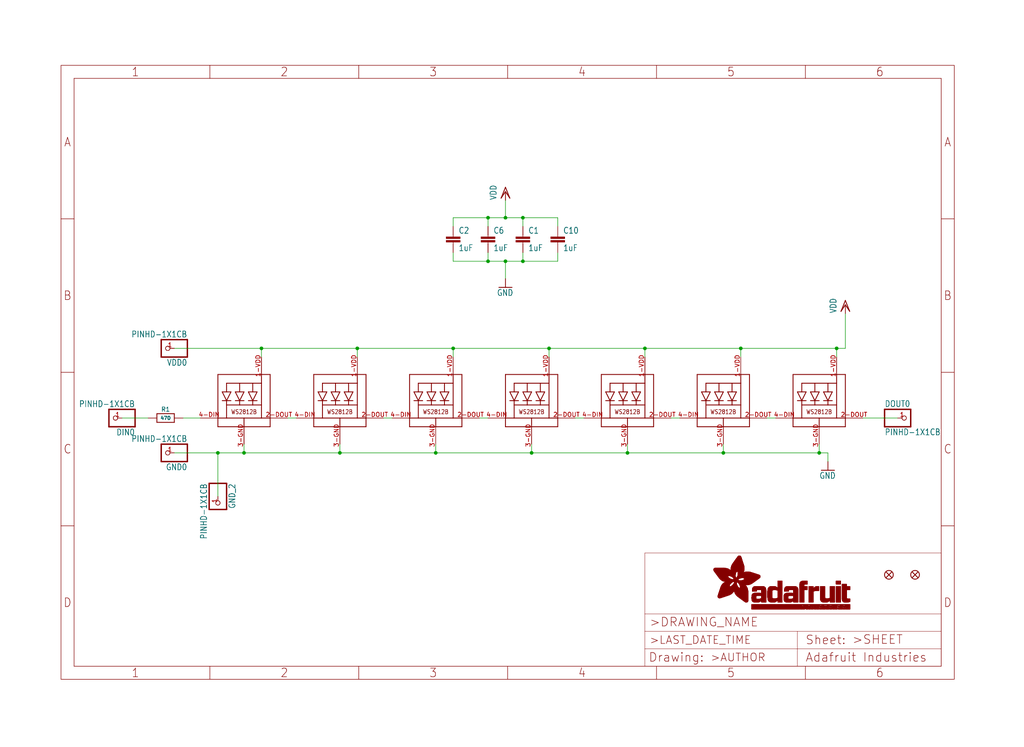
<source format=kicad_sch>
(kicad_sch (version 20211123) (generator eeschema)
  (paper "User" 298.45 217.881)
  (lib_symbols
    (symbol "eagleSchem-eagle-import:C-EUC0603"
      (property "Reference" "C" (at 1.524 0.381 0))
      (property "Value" "C-EUC0603" (at 1.524 -4.699 0))
      (symbol "C-EUC0603_1_0"
        (pin passive line (at 0 2.54 270) (length 2.54) (name "1") (number "1"))
        (pin passive line (at 0 -5.08 90) (length 2.54) (name "2") (number "2"))
      )
    )
    (symbol "eagleSchem-eagle-import:FIDUCIAL{dblquote}{dblquote}")
    (symbol "eagleSchem-eagle-import:FRAME_A4_ADAFRUIT"
      (symbol "FRAME_A4_ADAFRUIT_0_0"
        (text "1" (at 21.6958 1.905 0) (effects (font (size 2.54 2.286))))
        (text "1" (at 21.6958 177.165 0) (effects (font (size 2.54 2.286))))
        (text "2" (at 65.0875 1.905 0) (effects (font (size 2.54 2.286))))
        (text "2" (at 65.0875 177.165 0) (effects (font (size 2.54 2.286))))
        (text "3" (at 108.4792 1.905 0) (effects (font (size 2.54 2.286))))
        (text "3" (at 108.4792 177.165 0) (effects (font (size 2.54 2.286))))
        (text "4" (at 151.8708 1.905 0) (effects (font (size 2.54 2.286))))
        (text "4" (at 151.8708 177.165 0) (effects (font (size 2.54 2.286))))
        (text "5" (at 195.2625 1.905 0) (effects (font (size 2.54 2.286))))
        (text "5" (at 195.2625 177.165 0) (effects (font (size 2.54 2.286))))
        (text "6" (at 238.6542 1.905 0) (effects (font (size 2.54 2.286))))
        (text "6" (at 238.6542 177.165 0) (effects (font (size 2.54 2.286))))
        (text "A" (at 1.905 156.6863 0) (effects (font (size 2.54 2.286))))
        (text "A" (at 258.445 156.6863 0) (effects (font (size 2.54 2.286))))
        (text "B" (at 1.905 111.9188 0) (effects (font (size 2.54 2.286))))
        (text "B" (at 258.445 111.9188 0) (effects (font (size 2.54 2.286))))
        (text "C" (at 1.905 67.1513 0) (effects (font (size 2.54 2.286))))
        (text "C" (at 258.445 67.1513 0) (effects (font (size 2.54 2.286))))
        (text "D" (at 1.905 22.3838 0) (effects (font (size 2.54 2.286))))
        (text "D" (at 258.445 22.3838 0) (effects (font (size 2.54 2.286))))
      )
      (symbol "FRAME_A4_ADAFRUIT_1_0"
        (text ">AUTHOR" (at 189.23 5.08 0) (effects (font (size 2.286 2.286)) (justify left bottom)))
        (text ">DRAWING_NAME" (at 171.45 15.24 0) (effects (font (size 2.54 2.54)) (justify left bottom)))
        (text ">LAST_DATE_TIME" (at 171.45 10.16 0) (effects (font (size 2.286 2.286)) (justify left bottom)))
        (text ">SHEET" (at 230.505 10.16 0) (effects (font (size 2.54 2.54)) (justify left bottom)))
        (text "Adafruit Industries" (at 216.916 4.953 0) (effects (font (size 2.54 2.54)) (justify left bottom)))
        (text "Drawing:" (at 171.196 4.953 0) (effects (font (size 2.54 2.54)) (justify left bottom)))
        (text "Sheet:" (at 216.916 10.033 0) (effects (font (size 2.54 2.54)) (justify left bottom)))
      )
    )
    (symbol "eagleSchem-eagle-import:GND" (power)
      (property "Value" "GND" (at -2.54 -2.54 0))
      (symbol "GND_1_0"
        (pin power_in line (at 0 2.54 270) (length 2.54) (name "GND") (number "1"))
      )
    )
    (symbol "eagleSchem-eagle-import:PINHD-1X1CB"
      (property "Reference" "JP" (at -6.35 3.175 0))
      (property "Value" "PINHD-1X1CB" (at -6.35 -5.08 0))
      (symbol "PINHD-1X1CB_1_0"
        (pin passive inverted (at -2.54 0 0) (length 2.54) (name "1") (number "1"))
      )
    )
    (symbol "eagleSchem-eagle-import:RESISTOR_0603_NOOUT"
      (property "Reference" "R" (at 0 2.54 0))
      (property "Value" "RESISTOR_0603_NOOUT" (at 0 0 0))
      (symbol "RESISTOR_0603_NOOUT_1_0"
        (pin passive line (at -5.08 0 0) (length 2.54) (name "1") (number "1"))
        (pin passive line (at 5.08 0 180) (length 2.54) (name "2") (number "2"))
      )
    )
    (symbol "eagleSchem-eagle-import:VDD" (power)
      (property "Value" "VDD" (at -2.54 -2.54 90))
      (symbol "VDD_1_0"
        (pin power_in line (at 0 -2.54 90) (length 2.54) (name "VDD") (number "1"))
      )
    )
    (symbol "eagleSchem-eagle-import:WS2812B5050"
      (symbol "WS2812B5050_1_0"
        (text "WS2812B" (at 3.81 0 0) (effects (font (size 1.27 1.0795)) (justify right top)))
        (pin power_in line (at 5.08 15.24 270) (length 5.08) (name "VDD") (number "1-VDD"))
        (pin output line (at 12.7 -2.54 180) (length 5.08) (name "DO") (number "2-DOUT"))
        (pin power_in line (at 0 -10.16 90) (length 5.08) (name "GND") (number "3-GND"))
        (pin input line (at -12.7 -2.54 0) (length 5.08) (name "DI") (number "4-DIN"))
      )
    )
  )
  (junction (at 160.02 101.6))
  (junction (at 76.2 101.6))
  (junction (at 147.32 76.2))
  (junction (at 187.96 101.6))
  (junction (at 215.9 101.6))
  (junction (at 238.76 132.08))
  (junction (at 127 132.08))
  (junction (at 71.12 132.08))
  (junction (at 104.14 101.6))
  (junction (at 147.32 63.5))
  (junction (at 132.08 101.6))
  (junction (at 154.94 132.08))
  (junction (at 63.5 132.08))
  (junction (at 210.82 132.08))
  (junction (at 99.06 132.08))
  (junction (at 142.24 63.5))
  (junction (at 243.84 101.6))
  (junction (at 182.88 132.08))
  (junction (at 152.4 63.5))
  (junction (at 152.4 76.2))
  (junction (at 142.24 76.2))
  (wire (pts (xy 114.3 121.92) (xy 111.76 121.92)))
  (wire (pts (xy 127 132.08) (xy 127 129.54)))
  (wire (pts (xy 162.56 66.04) (xy 162.56 63.5)))
  (wire (pts (xy 76.2 104.14) (xy 76.2 101.6)))
  (wire (pts (xy 187.96 104.14) (xy 187.96 101.6)))
  (wire (pts (xy 99.06 132.08) (xy 71.12 132.08)))
  (wire (pts (xy 160.02 101.6) (xy 132.08 101.6)))
  (wire (pts (xy 132.08 66.04) (xy 132.08 63.5)))
  (wire (pts (xy 226.06 121.92) (xy 223.52 121.92)))
  (wire (pts (xy 142.24 76.2) (xy 142.24 73.66)))
  (wire (pts (xy 147.32 76.2) (xy 152.4 76.2)))
  (wire (pts (xy 127 132.08) (xy 99.06 132.08)))
  (wire (pts (xy 154.94 132.08) (xy 154.94 129.54)))
  (wire (pts (xy 142.24 121.92) (xy 139.7 121.92)))
  (wire (pts (xy 160.02 104.14) (xy 160.02 101.6)))
  (wire (pts (xy 210.82 132.08) (xy 182.88 132.08)))
  (wire (pts (xy 215.9 101.6) (xy 187.96 101.6)))
  (wire (pts (xy 132.08 76.2) (xy 132.08 73.66)))
  (wire (pts (xy 35.56 121.92) (xy 43.18 121.92)))
  (wire (pts (xy 142.24 76.2) (xy 132.08 76.2)))
  (wire (pts (xy 152.4 66.04) (xy 152.4 63.5)))
  (wire (pts (xy 243.84 101.6) (xy 215.9 101.6)))
  (wire (pts (xy 152.4 76.2) (xy 152.4 73.66)))
  (wire (pts (xy 142.24 66.04) (xy 142.24 63.5)))
  (wire (pts (xy 63.5 132.08) (xy 71.12 132.08)))
  (wire (pts (xy 182.88 132.08) (xy 182.88 129.54)))
  (wire (pts (xy 53.34 121.92) (xy 58.42 121.92)))
  (wire (pts (xy 50.8 101.6) (xy 76.2 101.6)))
  (wire (pts (xy 241.3 132.08) (xy 241.3 134.62)))
  (wire (pts (xy 238.76 132.08) (xy 238.76 129.54)))
  (wire (pts (xy 198.12 121.92) (xy 195.58 121.92)))
  (wire (pts (xy 104.14 101.6) (xy 76.2 101.6)))
  (wire (pts (xy 241.3 132.08) (xy 238.76 132.08)))
  (wire (pts (xy 147.32 63.5) (xy 142.24 63.5)))
  (wire (pts (xy 142.24 63.5) (xy 132.08 63.5)))
  (wire (pts (xy 210.82 132.08) (xy 210.82 129.54)))
  (wire (pts (xy 152.4 63.5) (xy 162.56 63.5)))
  (wire (pts (xy 147.32 63.5) (xy 147.32 58.42)))
  (wire (pts (xy 132.08 104.14) (xy 132.08 101.6)))
  (wire (pts (xy 246.38 101.6) (xy 246.38 91.44)))
  (wire (pts (xy 162.56 76.2) (xy 152.4 76.2)))
  (wire (pts (xy 71.12 132.08) (xy 71.12 129.54)))
  (wire (pts (xy 99.06 132.08) (xy 99.06 129.54)))
  (wire (pts (xy 147.32 76.2) (xy 142.24 76.2)))
  (wire (pts (xy 215.9 104.14) (xy 215.9 101.6)))
  (wire (pts (xy 187.96 101.6) (xy 160.02 101.6)))
  (wire (pts (xy 246.38 101.6) (xy 243.84 101.6)))
  (wire (pts (xy 132.08 101.6) (xy 104.14 101.6)))
  (wire (pts (xy 63.5 144.78) (xy 63.5 132.08)))
  (wire (pts (xy 238.76 132.08) (xy 210.82 132.08)))
  (wire (pts (xy 104.14 104.14) (xy 104.14 101.6)))
  (wire (pts (xy 86.36 121.92) (xy 83.82 121.92)))
  (wire (pts (xy 147.32 76.2) (xy 147.32 81.28)))
  (wire (pts (xy 170.18 121.92) (xy 167.64 121.92)))
  (wire (pts (xy 182.88 132.08) (xy 154.94 132.08)))
  (wire (pts (xy 243.84 104.14) (xy 243.84 101.6)))
  (wire (pts (xy 251.46 121.92) (xy 261.62 121.92)))
  (wire (pts (xy 154.94 132.08) (xy 127 132.08)))
  (wire (pts (xy 162.56 76.2) (xy 162.56 73.66)))
  (wire (pts (xy 152.4 63.5) (xy 147.32 63.5)))
  (wire (pts (xy 50.8 132.08) (xy 63.5 132.08)))
  (symbol (lib_id "eagleSchem-eagle-import:PINHD-1X1CB") (at 48.26 132.08 180) (unit 1)
    (property "Reference" "GND0" (at 54.61 135.255 0) (effects (font (size 1.778 1.5113)) (justify left bottom)))
    (property "Value" "PINHD-1X1CB" (at 54.61 127 0) (effects (font (size 1.778 1.5113)) (justify left bottom)))
    (property "Footprint" "eagleSchem:1X01-CLEANBIG" (effects hide))
  )
  (symbol (lib_id "eagleSchem-eagle-import:GND") (at 147.32 83.82 0) (unit 1)
    (property "Reference" "#GND2" (effects hide))
    (property "Value" "GND" (at 144.78 86.36 0) (effects (font (size 1.778 1.5113)) (justify left bottom)))
    (property "Footprint" "eagleSchem:" (effects hide))
  )
  (symbol (lib_id "eagleSchem-eagle-import:PINHD-1X1CB") (at 63.5 147.32 270) (unit 1)
    (property "Reference" "GND_2" (at 66.675 140.97 0) (effects (font (size 1.778 1.5113)) (justify left bottom)))
    (property "Value" "PINHD-1X1CB" (at 58.42 140.97 0) (effects (font (size 1.778 1.5113)) (justify left bottom)))
    (property "Footprint" "eagleSchem:1X01-CLEANBIG" (effects hide))
  )
  (symbol (lib_id "eagleSchem-eagle-import:VDD") (at 246.38 88.9 0) (unit 1)
    (property "Reference" "#VDD1" (effects hide))
    (property "Value" "VDD" (at 243.84 91.44 90) (effects (font (size 1.778 1.5113)) (justify left bottom)))
    (property "Footprint" "eagleSchem:" (effects hide))
  )
  (symbol (lib_id "eagleSchem-eagle-import:C-EUC0603") (at 132.08 68.58 0) (unit 1)
    (property "Reference" "C2" (at 133.604 68.199 0) (effects (font (size 1.778 1.5113)) (justify left bottom)))
    (property "Value" "1uF" (at 133.604 73.279 0) (effects (font (size 1.778 1.5113)) (justify left bottom)))
    (property "Footprint" "eagleSchem:C0603" (effects hide))
  )
  (symbol (lib_id "eagleSchem-eagle-import:FIDUCIAL{dblquote}{dblquote}") (at 259.08 167.64 0) (unit 1)
    (property "Reference" "FID2" (effects hide))
    (property "Value" "FIDUCIAL{dblquote}{dblquote}" (effects hide))
    (property "Footprint" "eagleSchem:FIDUCIAL_1MM" (effects hide))
  )
  (symbol (lib_id "eagleSchem-eagle-import:C-EUC0603") (at 152.4 68.58 0) (unit 1)
    (property "Reference" "C1" (at 153.924 68.199 0) (effects (font (size 1.778 1.5113)) (justify left bottom)))
    (property "Value" "1uF" (at 153.924 73.279 0) (effects (font (size 1.778 1.5113)) (justify left bottom)))
    (property "Footprint" "eagleSchem:C0603" (effects hide))
  )
  (symbol (lib_id "eagleSchem-eagle-import:WS2812B5050") (at 210.82 119.38 0) (unit 1)
    (property "Reference" "LED6" (effects hide))
    (property "Value" "WS2812B5050" (effects hide))
    (property "Footprint" "eagleSchem:WS2812B" (effects hide))
  )
  (symbol (lib_id "eagleSchem-eagle-import:WS2812B5050") (at 182.88 119.38 0) (unit 1)
    (property "Reference" "LED5" (effects hide))
    (property "Value" "WS2812B5050" (effects hide))
    (property "Footprint" "eagleSchem:WS2812B" (effects hide))
  )
  (symbol (lib_id "eagleSchem-eagle-import:C-EUC0603") (at 142.24 68.58 0) (unit 1)
    (property "Reference" "C6" (at 143.764 68.199 0) (effects (font (size 1.778 1.5113)) (justify left bottom)))
    (property "Value" "1uF" (at 143.764 73.279 0) (effects (font (size 1.778 1.5113)) (justify left bottom)))
    (property "Footprint" "eagleSchem:C0603" (effects hide))
  )
  (symbol (lib_id "eagleSchem-eagle-import:WS2812B5050") (at 238.76 119.38 0) (unit 1)
    (property "Reference" "LED7" (effects hide))
    (property "Value" "WS2812B5050" (effects hide))
    (property "Footprint" "eagleSchem:WS2812B" (effects hide))
  )
  (symbol (lib_id "eagleSchem-eagle-import:WS2812B5050") (at 99.06 119.38 0) (unit 1)
    (property "Reference" "LED2" (effects hide))
    (property "Value" "WS2812B5050" (effects hide))
    (property "Footprint" "eagleSchem:WS2812B" (effects hide))
  )
  (symbol (lib_id "eagleSchem-eagle-import:PINHD-1X1CB") (at 264.16 121.92 0) (unit 1)
    (property "Reference" "DOUT0" (at 257.81 118.745 0) (effects (font (size 1.778 1.5113)) (justify left bottom)))
    (property "Value" "PINHD-1X1CB" (at 257.81 127 0) (effects (font (size 1.778 1.5113)) (justify left bottom)))
    (property "Footprint" "eagleSchem:1X01-CLEANBIG" (effects hide))
  )
  (symbol (lib_id "eagleSchem-eagle-import:WS2812B5050") (at 71.12 119.38 0) (unit 1)
    (property "Reference" "LED1" (effects hide))
    (property "Value" "WS2812B5050" (effects hide))
    (property "Footprint" "eagleSchem:WS2812B" (effects hide))
  )
  (symbol (lib_id "eagleSchem-eagle-import:PINHD-1X1CB") (at 48.26 101.6 180) (unit 1)
    (property "Reference" "VDD0" (at 54.61 104.775 0) (effects (font (size 1.778 1.5113)) (justify left bottom)))
    (property "Value" "PINHD-1X1CB" (at 54.61 96.52 0) (effects (font (size 1.778 1.5113)) (justify left bottom)))
    (property "Footprint" "eagleSchem:1X01-CLEANBIG" (effects hide))
  )
  (symbol (lib_id "eagleSchem-eagle-import:VDD") (at 147.32 55.88 0) (unit 1)
    (property "Reference" "#VDD2" (effects hide))
    (property "Value" "VDD" (at 144.78 58.42 90) (effects (font (size 1.778 1.5113)) (justify left bottom)))
    (property "Footprint" "eagleSchem:" (effects hide))
  )
  (symbol (lib_id "eagleSchem-eagle-import:C-EUC0603") (at 162.56 68.58 0) (unit 1)
    (property "Reference" "C10" (at 164.084 68.199 0) (effects (font (size 1.778 1.5113)) (justify left bottom)))
    (property "Value" "1uF" (at 164.084 73.279 0) (effects (font (size 1.778 1.5113)) (justify left bottom)))
    (property "Footprint" "eagleSchem:C0603" (effects hide))
  )
  (symbol (lib_id "eagleSchem-eagle-import:GND") (at 241.3 137.16 0) (unit 1)
    (property "Reference" "#GND1" (effects hide))
    (property "Value" "GND" (at 238.76 139.7 0) (effects (font (size 1.778 1.5113)) (justify left bottom)))
    (property "Footprint" "eagleSchem:" (effects hide))
  )
  (symbol (lib_id "eagleSchem-eagle-import:WS2812B5050") (at 127 119.38 0) (unit 1)
    (property "Reference" "LED3" (effects hide))
    (property "Value" "WS2812B5050" (effects hide))
    (property "Footprint" "eagleSchem:WS2812B" (effects hide))
  )
  (symbol (lib_id "eagleSchem-eagle-import:PINHD-1X1CB") (at 33.02 121.92 180) (unit 1)
    (property "Reference" "DIN0" (at 39.37 125.095 0) (effects (font (size 1.778 1.5113)) (justify left bottom)))
    (property "Value" "PINHD-1X1CB" (at 39.37 116.84 0) (effects (font (size 1.778 1.5113)) (justify left bottom)))
    (property "Footprint" "eagleSchem:1X01-CLEANBIG" (effects hide))
  )
  (symbol (lib_id "eagleSchem-eagle-import:WS2812B5050") (at 154.94 119.38 0) (unit 1)
    (property "Reference" "LED4" (effects hide))
    (property "Value" "WS2812B5050" (effects hide))
    (property "Footprint" "eagleSchem:WS2812B" (effects hide))
  )
  (symbol (lib_id "eagleSchem-eagle-import:RESISTOR_0603_NOOUT") (at 48.26 121.92 0) (unit 1)
    (property "Reference" "R1" (at 48.26 119.38 0))
    (property "Value" "470" (at 48.26 121.92 0) (effects (font (size 1.016 1.016) bold)))
    (property "Footprint" "eagleSchem:0603-NO" (effects hide))
  )
  (symbol (lib_id "eagleSchem-eagle-import:FRAME_A4_ADAFRUIT") (at 17.78 198.12 0) (unit 1)
    (property "Reference" "#U$1" (effects hide))
    (property "Value" "FRAME_A4_ADAFRUIT" (effects hide))
    (property "Footprint" "eagleSchem:" (effects hide))
  )
  (symbol (lib_id "eagleSchem-eagle-import:FIDUCIAL{dblquote}{dblquote}") (at 266.7 167.64 0) (unit 1)
    (property "Reference" "FID1" (effects hide))
    (property "Value" "FIDUCIAL{dblquote}{dblquote}" (effects hide))
    (property "Footprint" "eagleSchem:FIDUCIAL_1MM" (effects hide))
  )
)
</source>
